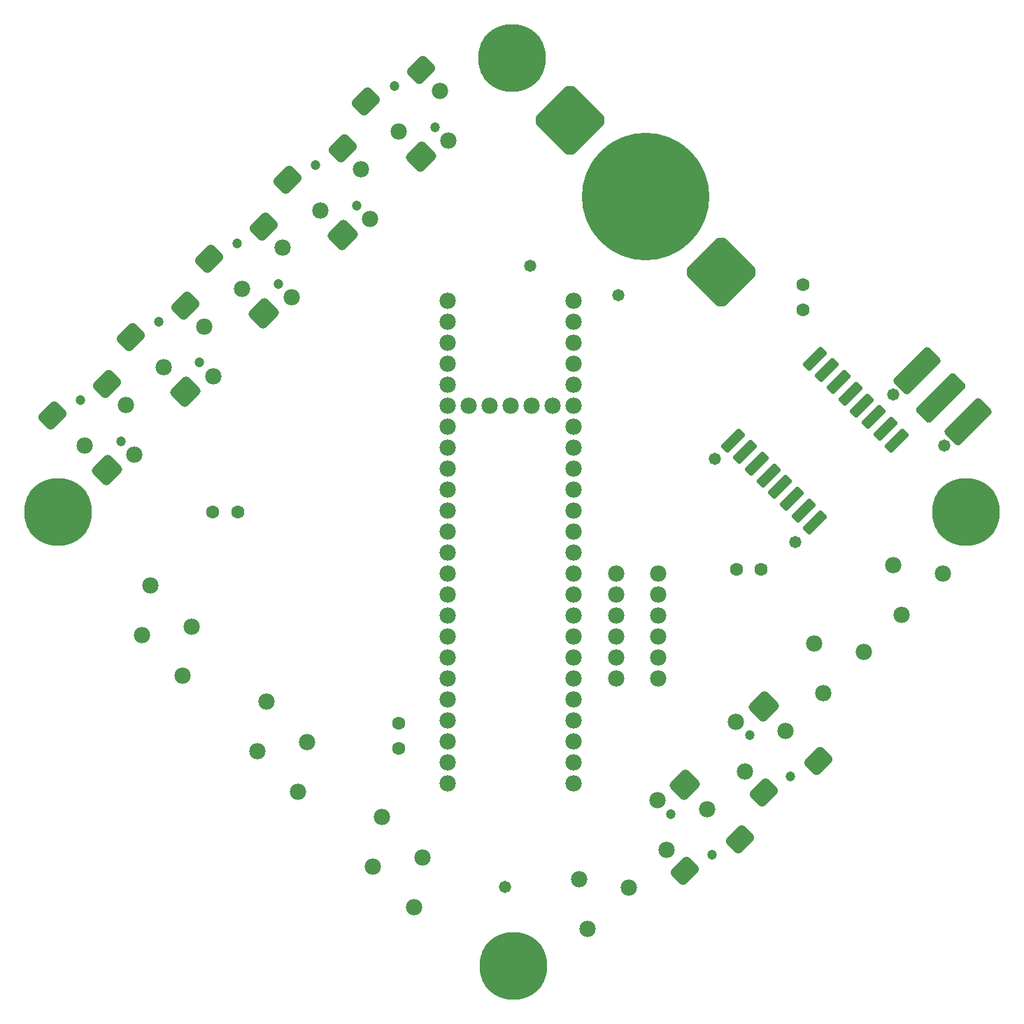
<source format=gts>
G04*
G04 #@! TF.GenerationSoftware,Altium Limited,Altium Designer,19.0.14 (431)*
G04*
G04 Layer_Color=8388736*
%FSLAX25Y25*%
%MOIN*%
G70*
G01*
G75*
G04:AMPARAMS|DCode=16|XSize=110.36mil|YSize=118.24mil|CornerRadius=19.35mil|HoleSize=0mil|Usage=FLASHONLY|Rotation=135.000|XOffset=0mil|YOffset=0mil|HoleType=Round|Shape=RoundedRectangle|*
%AMROUNDEDRECTD16*
21,1,0.11036,0.07953,0,0,135.0*
21,1,0.07165,0.11824,0,0,135.0*
1,1,0.03871,0.00278,0.05345*
1,1,0.03871,0.05345,0.00278*
1,1,0.03871,-0.00278,-0.05345*
1,1,0.03871,-0.05345,-0.00278*
%
%ADD16ROUNDEDRECTD16*%
G04:AMPARAMS|DCode=17|XSize=94.61mil|YSize=118.24mil|CornerRadius=16.99mil|HoleSize=0mil|Usage=FLASHONLY|Rotation=135.000|XOffset=0mil|YOffset=0mil|HoleType=Round|Shape=RoundedRectangle|*
%AMROUNDEDRECTD17*
21,1,0.09461,0.08425,0,0,135.0*
21,1,0.06063,0.11824,0,0,135.0*
1,1,0.03398,0.00835,0.05122*
1,1,0.03398,0.05122,0.00835*
1,1,0.03398,-0.00835,-0.05122*
1,1,0.03398,-0.05122,-0.00835*
%
%ADD17ROUNDEDRECTD17*%
G04:AMPARAMS|DCode=18|XSize=47.37mil|YSize=126.11mil|CornerRadius=7.94mil|HoleSize=0mil|Usage=FLASHONLY|Rotation=135.000|XOffset=0mil|YOffset=0mil|HoleType=Round|Shape=RoundedRectangle|*
%AMROUNDEDRECTD18*
21,1,0.04737,0.11024,0,0,135.0*
21,1,0.03150,0.12611,0,0,135.0*
1,1,0.01587,0.02784,0.05011*
1,1,0.01587,0.05011,0.02784*
1,1,0.01587,-0.02784,-0.05011*
1,1,0.01587,-0.05011,-0.02784*
%
%ADD18ROUNDEDRECTD18*%
G04:AMPARAMS|DCode=19|XSize=258mil|YSize=98mil|CornerRadius=17.5mil|HoleSize=0mil|Usage=FLASHONLY|Rotation=225.000|XOffset=0mil|YOffset=0mil|HoleType=Round|Shape=RoundedRectangle|*
%AMROUNDEDRECTD19*
21,1,0.25800,0.06300,0,0,225.0*
21,1,0.22300,0.09800,0,0,225.0*
1,1,0.03500,-0.10112,-0.05657*
1,1,0.03500,0.05657,0.10112*
1,1,0.03500,0.10112,0.05657*
1,1,0.03500,-0.05657,-0.10112*
%
%ADD19ROUNDEDRECTD19*%
G04:AMPARAMS|DCode=20|XSize=238mil|YSize=103mil|CornerRadius=18.25mil|HoleSize=0mil|Usage=FLASHONLY|Rotation=225.000|XOffset=0mil|YOffset=0mil|HoleType=Round|Shape=RoundedRectangle|*
%AMROUNDEDRECTD20*
21,1,0.23800,0.06650,0,0,225.0*
21,1,0.20150,0.10300,0,0,225.0*
1,1,0.03650,-0.09475,-0.04773*
1,1,0.03650,0.04773,0.09475*
1,1,0.03650,0.09475,0.04773*
1,1,0.03650,-0.04773,-0.09475*
%
%ADD20ROUNDEDRECTD20*%
G04:AMPARAMS|DCode=21|XSize=258mil|YSize=258mil|CornerRadius=41.5mil|HoleSize=0mil|Usage=FLASHONLY|Rotation=45.000|XOffset=0mil|YOffset=0mil|HoleType=Round|Shape=RoundedRectangle|*
%AMROUNDEDRECTD21*
21,1,0.25800,0.17500,0,0,45.0*
21,1,0.17500,0.25800,0,0,45.0*
1,1,0.08300,0.12374,0.00000*
1,1,0.08300,0.00000,-0.12374*
1,1,0.08300,-0.12374,0.00000*
1,1,0.08300,0.00000,0.12374*
%
%ADD21ROUNDEDRECTD21*%
%ADD22C,0.60800*%
%ADD23C,0.06312*%
%ADD24C,0.07800*%
%ADD25C,0.04737*%
%ADD26C,0.32296*%
%ADD27C,0.05800*%
D16*
X337649Y125668D02*
D03*
X375050Y163069D02*
D03*
X211864Y425098D02*
D03*
X174421Y387655D02*
D03*
X137019Y350254D02*
D03*
X99618Y312852D02*
D03*
X62216Y275451D02*
D03*
D17*
X337649Y84466D02*
D03*
X363817Y99499D02*
D03*
X375050Y121868D02*
D03*
X401219Y136901D02*
D03*
X211864Y466299D02*
D03*
X185695Y451266D02*
D03*
X148253Y413824D02*
D03*
X174421Y428857D02*
D03*
X110851Y376422D02*
D03*
X137019Y391455D02*
D03*
X73449Y339021D02*
D03*
X99618Y354054D02*
D03*
X36048Y301619D02*
D03*
X62216Y316652D02*
D03*
D18*
X399664Y328682D02*
D03*
X405232Y323114D02*
D03*
X410800Y317547D02*
D03*
X416368Y311979D02*
D03*
X421935Y306411D02*
D03*
X427503Y300843D02*
D03*
X433071Y295276D02*
D03*
X438639Y289708D02*
D03*
X399664Y250733D02*
D03*
X394096Y256301D02*
D03*
X388529Y261869D02*
D03*
X382961Y267437D02*
D03*
X377393Y273005D02*
D03*
X371825Y278572D02*
D03*
X366258Y284140D02*
D03*
X360690Y289708D02*
D03*
D19*
X459665Y310059D02*
D03*
D20*
X448139Y322999D02*
D03*
X472605Y298533D02*
D03*
D21*
X354960Y370013D02*
D03*
X282835Y442138D02*
D03*
D22*
X318898Y406076D02*
D03*
D23*
X394000Y352000D02*
D03*
Y363811D02*
D03*
X374016Y228346D02*
D03*
X362205D02*
D03*
X201285Y143000D02*
D03*
Y154811D02*
D03*
X112587Y255620D02*
D03*
X124398D02*
D03*
D24*
X324564Y118151D02*
D03*
X328740Y94488D02*
D03*
X348227Y113975D02*
D03*
X310826Y76574D02*
D03*
X291339Y57087D02*
D03*
X287163Y80750D02*
D03*
X361966Y155553D02*
D03*
X366142Y131890D02*
D03*
X385629Y151377D02*
D03*
X423031Y188778D02*
D03*
X403543Y169291D02*
D03*
X399367Y192954D02*
D03*
X460432Y226180D02*
D03*
X440945Y206693D02*
D03*
X436769Y230356D02*
D03*
X82916Y220514D02*
D03*
X78740Y196850D02*
D03*
X102403Y201026D02*
D03*
X98144Y177447D02*
D03*
X234409Y306297D02*
D03*
X244409D02*
D03*
X254409D02*
D03*
X264409D02*
D03*
X274409D02*
D03*
X224409Y126297D02*
D03*
Y136297D02*
D03*
Y146297D02*
D03*
Y156297D02*
D03*
Y166297D02*
D03*
Y176297D02*
D03*
Y186297D02*
D03*
Y196297D02*
D03*
Y206297D02*
D03*
Y216297D02*
D03*
Y226297D02*
D03*
Y236297D02*
D03*
Y246297D02*
D03*
Y256297D02*
D03*
Y266297D02*
D03*
Y276297D02*
D03*
Y286297D02*
D03*
Y296297D02*
D03*
Y306297D02*
D03*
Y316297D02*
D03*
Y326297D02*
D03*
Y336297D02*
D03*
Y346297D02*
D03*
Y356297D02*
D03*
X284409D02*
D03*
Y346297D02*
D03*
Y336297D02*
D03*
Y326297D02*
D03*
Y316297D02*
D03*
Y306297D02*
D03*
Y296297D02*
D03*
Y286297D02*
D03*
Y276297D02*
D03*
Y266297D02*
D03*
Y256297D02*
D03*
Y246297D02*
D03*
Y236297D02*
D03*
Y226297D02*
D03*
Y216297D02*
D03*
Y206297D02*
D03*
Y196297D02*
D03*
Y186297D02*
D03*
Y176297D02*
D03*
Y156297D02*
D03*
Y126297D02*
D03*
Y136297D02*
D03*
Y146297D02*
D03*
Y166297D02*
D03*
X304803Y226297D02*
D03*
X324803D02*
D03*
X304803Y216297D02*
D03*
X324803D02*
D03*
X304803Y206297D02*
D03*
X324803D02*
D03*
X304803Y196297D02*
D03*
X324803D02*
D03*
Y186297D02*
D03*
X304803Y176297D02*
D03*
X324803D02*
D03*
X304803Y186297D02*
D03*
X224948Y432614D02*
D03*
X220772Y456277D02*
D03*
X201285Y436790D02*
D03*
X163842Y399348D02*
D03*
X183329Y418835D02*
D03*
X187505Y395172D02*
D03*
X126441Y361946D02*
D03*
X145928Y381433D02*
D03*
X150104Y357770D02*
D03*
X89039Y324545D02*
D03*
X108526Y344032D02*
D03*
X112702Y320369D02*
D03*
X51638Y287143D02*
D03*
X71125Y306630D02*
D03*
X75301Y282967D02*
D03*
X138034Y165395D02*
D03*
X133858Y141732D02*
D03*
X157521Y145908D02*
D03*
X153262Y122329D02*
D03*
X193152Y110277D02*
D03*
X188976Y86614D02*
D03*
X212639Y90790D02*
D03*
X208380Y67211D02*
D03*
D25*
X350454Y92261D02*
D03*
X330967Y111748D02*
D03*
X387856Y129663D02*
D03*
X368369Y149150D02*
D03*
X199058Y458505D02*
D03*
X218545Y439017D02*
D03*
X181102Y401575D02*
D03*
X161615Y421062D02*
D03*
X143701Y364173D02*
D03*
X124214Y383660D02*
D03*
X106299Y326772D02*
D03*
X86812Y346259D02*
D03*
X68898Y289370D02*
D03*
X49410Y308857D02*
D03*
D26*
X255221Y471870D02*
D03*
X38971Y255620D02*
D03*
X471471D02*
D03*
X255906Y39370D02*
D03*
D27*
X264000Y373000D02*
D03*
X306000Y359000D02*
D03*
X251969Y76772D02*
D03*
X390227Y241297D02*
D03*
X351821Y280955D02*
D03*
X303150Y389764D02*
D03*
X436755Y311614D02*
D03*
X461221Y287149D02*
D03*
M02*

</source>
